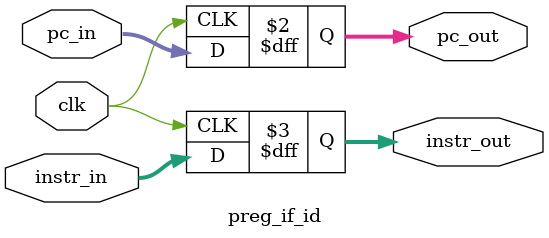
<source format=sv>
`timescale 1ns / 1ps

module preg_if_id(
    input clk,
    input [31:0] pc_in,
    input [31:0] instr_in,
    output reg [31:0] pc_out,
    output reg [31:0] instr_out
    );
    
    always @ (posedge clk) begin
        pc_out = pc_in;
        instr_out = instr_in;
    end
    
endmodule

</source>
